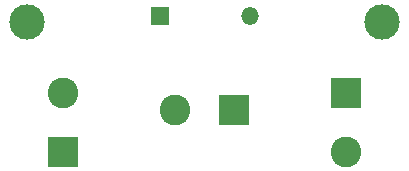
<source format=gbr>
%TF.GenerationSoftware,KiCad,Pcbnew,(6.0.7)*%
%TF.CreationDate,2022-10-05T08:21:53-05:00*%
%TF.ProjectId,SolenoidHandlerBoard,536f6c65-6e6f-4696-9448-616e646c6572,rev?*%
%TF.SameCoordinates,Original*%
%TF.FileFunction,Soldermask,Top*%
%TF.FilePolarity,Negative*%
%FSLAX46Y46*%
G04 Gerber Fmt 4.6, Leading zero omitted, Abs format (unit mm)*
G04 Created by KiCad (PCBNEW (6.0.7)) date 2022-10-05 08:21:53*
%MOMM*%
%LPD*%
G01*
G04 APERTURE LIST*
%ADD10C,3.000000*%
%ADD11R,1.500000X1.500000*%
%ADD12O,1.500000X1.500000*%
%ADD13R,2.600000X2.600000*%
%ADD14C,2.600000*%
G04 APERTURE END LIST*
D10*
%TO.C,REF\u002A\u002A*%
X118500000Y-87000000D03*
%TD*%
D11*
%TO.C,D1*%
X129685000Y-86500000D03*
D12*
X137305000Y-86500000D03*
%TD*%
D10*
%TO.C,REF\u002A\u002A*%
X148500000Y-87000000D03*
%TD*%
D13*
%TO.C,J2*%
X136000000Y-94500000D03*
D14*
X131000000Y-94500000D03*
%TD*%
D13*
%TO.C,J3*%
X145500000Y-93000000D03*
D14*
X145500000Y-98000000D03*
%TD*%
D13*
%TO.C,J1*%
X121500000Y-98000000D03*
D14*
X121500000Y-93000000D03*
%TD*%
M02*

</source>
